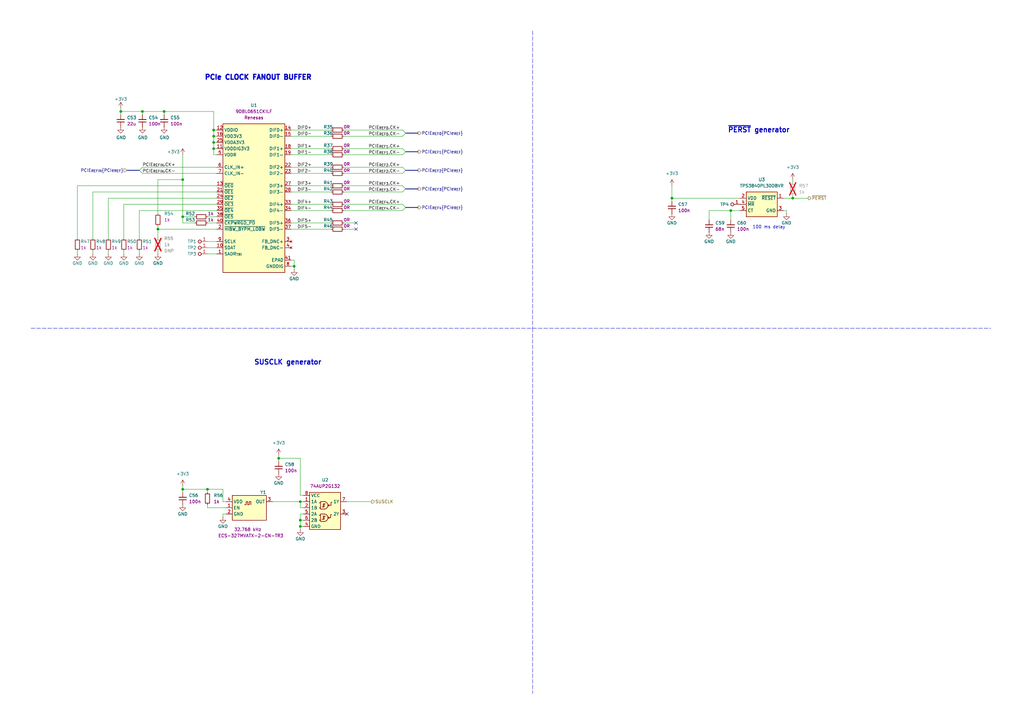
<source format=kicad_sch>
(kicad_sch (version 20230121) (generator eeschema)
  (paper "A3")
  (title_block (title "Com Express 7 baseboard") (date "2024-03-22") (rev "1.0.0") (company "Antmicro Ltd."))
  (lib_symbols
    (symbol "antmicroCapacitors0402:C_100n_0402" (pin_numbers hide) (pin_names hide)
      (property "Reference" "C" (at 20.32 -5.08 0))
      (property "Val" "100n" (at 20.32 -7.62 0))
      (symbol "C_100n_0402_0_1"
        (polyline (pts (xy 2.032 -1.524) (xy 2.032 1.524)) (stroke (width 0.3048)))
        (polyline (pts (xy 3.048 -1.524) (xy 3.048 1.524)) (stroke (width 0.3302)))
      )
      (symbol "C_100n_0402_1_1"
        (pin passive line (at 0 0 0) (length 2.032) (name "~") (number "1"))
        (pin passive line (at 5.08 0 180) (length 2.032) (name "~") (number "2"))
      )
    )
    (symbol "antmicroCapacitors0402:C_68n_0402" (pin_numbers hide) (pin_names hide)
      (property "Reference" "C" (at 20.32 -5.08 0))
      (property "Val" "68n" (at 20.32 -7.62 0))
      (symbol "C_68n_0402_0_1"
        (polyline (pts (xy 2.032 -1.524) (xy 2.032 1.524)) (stroke (width 0.3048)))
        (polyline (pts (xy 3.048 -1.524) (xy 3.048 1.524)) (stroke (width 0.3302)))
      )
      (symbol "C_68n_0402_1_1"
        (pin passive line (at 0 0 0) (length 2.032) (name "~") (number "1"))
        (pin passive line (at 5.08 0 180) (length 2.032) (name "~") (number "2"))
      )
    )
    (symbol "antmicroCapacitors0603:C_22u_0603" (pin_numbers hide) (pin_names hide)
      (property "Reference" "C" (at 20.32 -5.08 0))
      (property "Val" "22u" (at 20.32 -7.62 0))
      (symbol "C_22u_0603_0_1"
        (polyline (pts (xy 2.032 -1.524) (xy 2.032 1.524)) (stroke (width 0.3048)))
        (polyline (pts (xy 3.048 -1.524) (xy 3.048 1.524)) (stroke (width 0.3302)))
      )
      (symbol "C_22u_0603_1_1"
        (pin passive line (at 0 0 0) (length 2.032) (name "~") (number "1"))
        (pin passive line (at 5.08 0 180) (length 2.032) (name "~") (number "2"))
      )
    )
    (symbol "antmicroClockTimingClockGeneratorsPLLsFrequencySynthesizers:9DBL0651CKILF"
      (property "Reference" "U" (at 45.72 -2.54 0))
      (property "MPN" "9DBL0651CKILF" (at 45.72 -5.08 0))
      (property "Manufacturer" "Renesas" (at 45.72 -7.62 0))
      (symbol "9DBL0651CKILF_1_1"
        (rectangle (start 2.54 2.54) (end 27.94 -58.42) (stroke (width 0.254)) (fill (type background)))
        (pin input line (at 0 -50.8 0) (length 2.54) (name "SADR_{TRI}") (number "1"))
        (pin bidirectional line (at 0 -48.26 0) (length 2.54) (name "SDAT") (number "10"))
        (pin power_in line (at 0 -7.62 0) (length 2.54) (name "VDDDIG3V3") (number "11"))
        (pin power_in line (at 0 0 0) (length 2.54) (name "VDDIO") (number "12"))
        (pin input line (at 0 -22.86 0) (length 2.54) (name "~{OE0}") (number "13"))
        (pin output line (at 30.48 0 180) (length 2.54) (name "DIF0+") (number "14"))
        (pin output line (at 30.48 -2.54 180) (length 2.54) (name "DIF0-") (number "15"))
        (pin power_in line (at 0 -2.54 0) (length 2.54) (name "VDD3V3") (number "16"))
        (pin passive line (at 0 0 0) (length 2.54) hide (name "VDDIO") (number "17"))
        (pin output line (at 30.48 -7.62 180) (length 2.54) (name "DIF1+") (number "18"))
        (pin output line (at 30.48 -10.16 180) (length 2.54) (name "DIF1-") (number "19"))
        (pin input line (at 0 -40.64 0) (length 2.54) (name "~{HIBW_BYPM_LOBW}") (number "2"))
        (pin no_connect line (at 2.54 -54.61 0) (length 2.54) hide (name "NC") (number "20"))
        (pin input line (at 0 -25.4 0) (length 2.54) (name "~{OE1}") (number "21"))
        (pin output line (at 30.48 -15.24 180) (length 2.54) (name "DIF2+") (number "22"))
        (pin output line (at 30.48 -17.78 180) (length 2.54) (name "DIF2-") (number "23"))
        (pin input line (at 0 -27.94 0) (length 2.54) (name "~{OE2}") (number "24"))
        (pin power_in line (at 0 -5.08 0) (length 2.54) (name "VDDA3V3") (number "25"))
        (pin passive line (at 0 0 0) (length 2.54) hide (name "VDDIO") (number "26"))
        (pin output line (at 30.48 -22.86 180) (length 2.54) (name "DIF3+") (number "27"))
        (pin output line (at 30.48 -25.4 180) (length 2.54) (name "DIF3-") (number "28"))
        (pin input line (at 0 -30.48 0) (length 2.54) (name "~{OE3}") (number "29"))
        (pin no_connect line (at 30.48 -45.72 180) (length 2.54) (name "FB_DNC+") (number "3"))
        (pin no_connect line (at 2.54 -55.88 0) (length 2.54) hide (name "NC") (number "30"))
        (pin passive line (at 0 -2.54 0) (length 2.54) hide (name "VDD3V3") (number "31"))
        (pin passive line (at 0 0 0) (length 2.54) hide (name "VDDIO") (number "32"))
        (pin output line (at 30.48 -30.48 180) (length 2.54) (name "DIF4+") (number "33"))
        (pin output line (at 30.48 -33.02 180) (length 2.54) (name "DIF4-") (number "34"))
        (pin input line (at 0 -33.02 0) (length 2.54) (name "~{OE4}") (number "35"))
        (pin output line (at 30.48 -38.1 180) (length 2.54) (name "DIF5+") (number "36"))
        (pin output line (at 30.48 -40.64 180) (length 2.54) (name "DIF5-") (number "37"))
        (pin input line (at 0 -35.56 0) (length 2.54) (name "~{OE5}") (number "38"))
        (pin passive line (at 0 0 0) (length 2.54) hide (name "VDDIO") (number "39"))
        (pin no_connect line (at 30.48 -48.26 180) (length 2.54) (name "FB_DNC-") (number "4"))
        (pin input line (at 0 -38.1 0) (length 2.54) (name "~{CKPWRGD_PD}") (number "40"))
        (pin passive line (at 30.48 -53.34 180) (length 2.54) (name "EPAD") (number "41"))
        (pin power_in line (at 0 -10.16 0) (length 2.54) (name "VDDR") (number "5"))
        (pin input line (at 0 -15.24 0) (length 2.54) (name "CLK_IN+") (number "6"))
        (pin input line (at 0 -17.78 0) (length 2.54) (name "CLK_IN-") (number "7"))
        (pin power_in line (at 30.48 -55.88 180) (length 2.54) (name "GNDDIG") (number "8"))
        (pin input line (at 0 -45.72 0) (length 2.54) (name "SCLK") (number "9"))
      )
    )
    (symbol "antmicroLogicGatesandInverters:74AUP2G132"
      (property "Reference" "U" (at 45.72 -5.08 0))
      (property "MPN" "74AUP2G132" (at 45.72 -7.62 0))
      (symbol "74AUP2G132_1_1"
        (polyline (pts (xy 6.985 -10.16) (xy 6.477 -10.16)) (stroke (width 0.254)) (fill (type background)))
        (polyline (pts (xy 6.985 -8.128) (xy 6.477 -8.128)) (stroke (width 0.254)) (fill (type background)))
        (polyline (pts (xy 6.985 -5.08) (xy 6.477 -5.08)) (stroke (width 0.254)) (fill (type background)))
        (polyline (pts (xy 6.985 -3.048) (xy 6.477 -3.048)) (stroke (width 0.254)) (fill (type background)))
        (polyline (pts (xy 8.128 -8.509) (xy 8.128 -9.779)) (stroke (width 0.254)) (fill (type background)))
        (polyline (pts (xy 8.128 -3.429) (xy 8.128 -4.699)) (stroke (width 0.254)) (fill (type background)))
        (polyline (pts (xy 8.509 -9.779) (xy 7.62 -9.779)) (stroke (width 0.254)) (fill (type background)))
        (polyline (pts (xy 8.509 -8.509) (xy 8.509 -9.779)) (stroke (width 0.254)) (fill (type background)))
        (polyline (pts (xy 8.509 -4.699) (xy 7.62 -4.699)) (stroke (width 0.254)) (fill (type background)))
        (polyline (pts (xy 8.509 -3.429) (xy 8.509 -4.699)) (stroke (width 0.254)) (fill (type background)))
        (polyline (pts (xy 9.017 -8.509) (xy 8.128 -8.509)) (stroke (width 0.254)) (fill (type background)))
        (polyline (pts (xy 9.017 -3.429) (xy 8.128 -3.429)) (stroke (width 0.254)) (fill (type background)))
        (polyline (pts (xy 8.509 -7.62) (xy 6.985 -7.62) (xy 6.985 -10.668) (xy 8.509 -10.668)) (stroke (width 0.254)) (fill (type background)))
        (polyline (pts (xy 8.509 -2.54) (xy 6.985 -2.54) (xy 6.985 -5.588) (xy 8.509 -5.588)) (stroke (width 0.254)) (fill (type background)))
        (polyline (pts (xy 10.541 -9.144) (xy 11.176 -9.144) (xy 11.176 -7.874) (xy 11.557 -7.874)) (stroke (width 0.254)) (fill (type background)))
        (polyline (pts (xy 10.668 -4.064) (xy 11.303 -4.064) (xy 11.303 -2.794) (xy 11.684 -2.794)) (stroke (width 0.254)) (fill (type background)))
        (rectangle (start 2.54 1.27) (end 15.24 -13.97) (stroke (width 0.254)) (fill (type background)))
        (arc (start 8.509 -10.668) (mid 9.592 -10.2181) (end 10.0415 -9.1355) (stroke (width 0.254)) (fill (type background)))
        (arc (start 8.509 -5.588) (mid 9.592 -5.1381) (end 10.0415 -4.0555) (stroke (width 0.254)) (fill (type background)))
        (arc (start 10.0415 -9.1355) (mid 9.5863 -8.063) (end 8.509 -7.62) (stroke (width 0.254)) (fill (type background)))
        (arc (start 10.0415 -4.0555) (mid 9.586 -2.9833) (end 8.509 -2.54) (stroke (width 0.254)) (fill (type background)))
        (circle (center 10.287 -9.144) (radius 0.254) (stroke (width 0.254)) (fill (type background)))
        (circle (center 10.287 -4.064) (radius 0.254) (stroke (width 0.254)) (fill (type background)))
        (text "" (at 2.54 -3.048 0) (effects (font (size 1.27 1.27)) (justify left bottom)))
        (pin input line (at 0 -2.54 0) (length 2.54) (name "1A") (number "1"))
        (pin input line (at 0 -5.08 0) (length 2.54) (name "1B") (number "2"))
        (pin output line (at 17.78 -7.62 180) (length 2.54) (name "2Y") (number "3"))
        (pin power_in line (at 0 -12.7 0) (length 2.54) (name "GND") (number "4"))
        (pin input line (at 0 -7.62 0) (length 2.54) (name "2A") (number "5"))
        (pin input line (at 0 -10.16 0) (length 2.54) (name "2B") (number "6"))
        (pin output line (at 17.78 -2.54 180) (length 2.54) (name "1Y") (number "7"))
        (pin power_in line (at 0 0 0) (length 2.54) (name "VCC") (number "8"))
      )
    )
    (symbol "antmicroOscillators:Oscillator_32.768kHz_ECS_2520MV"
      (property "Reference" "Y" (at 26.035 -2.54 0))
      (property "MPN" "ECS-327MVATX-2-CN-TR3" (at 26.035 -5.08 0))
      (property "Val" "32.768 kHz" (at 26.035 -10.16 0))
      (symbol "Oscillator_32.768kHz_ECS_2520MV_1_1"
        (polyline (pts (xy 7.62 -1.27) (xy 8.255 -1.27) (xy 8.255 0) (xy 8.89 0) (xy 8.89 -1.27) (xy 9.525 -1.27) (xy 9.525 0) (xy 10.16 0) (xy 10.16 -1.27)) (stroke (width 0.254)) (fill (type background)))
        (rectangle (start 2.54 2.54) (end 16.51 -7.62) (stroke (width 0.254)) (fill (type background)))
        (pin input line (at 0 -2.54 0) (length 2.54) (name "EN") (number "1"))
        (pin power_in line (at 0 -5.08 0) (length 2.54) (name "GND") (number "2"))
        (pin output line (at 19.05 0 180) (length 2.54) (name "OUT") (number "3"))
        (pin power_in line (at 0 0 0) (length 2.54) (name "VDD") (number "4"))
      )
    )
    (symbol "antmicroPMICPowerSequencers:TPS3840PL30DBVR"
      (property "Reference" "U" (at 38.1 -1.27 0))
      (property "Value" "TPS3840PL30DBVR" (at 38.1 -3.81 0))
      (symbol "TPS3840PL30DBVR_1_1"
        (rectangle (start 2.54 2.54) (end 15.24 -7.62) (stroke (width 0.254)) (fill (type background)))
        (pin output line (at 17.78 0 180) (length 2.54) (name "~{RESET}") (number "1"))
        (pin power_in line (at 0 0 0) (length 2.54) (name "VDD") (number "2"))
        (pin power_in line (at 17.78 -5.08 180) (length 2.54) (name "GND") (number "3"))
        (pin input line (at 0 -2.54 0) (length 2.54) (name "~{MR}") (number "4"))
        (pin passive line (at 0 -5.08 0) (length 2.54) (name "CT") (number "5"))
      )
    )
    (symbol "antmicroResistors0402:R_0R_0402" (pin_numbers hide) (pin_names hide)
      (property "Reference" "R" (at 20.32 -5.08 0))
      (property "Val" "0R" (at 20.32 -7.62 0))
      (symbol "R_0R_0402_0_1"
        (rectangle (start 0.635 0.889) (end 4.445 -0.889) (stroke (width 0.254)))
      )
      (symbol "R_0R_0402_1_1"
        (pin passive line (at 0 0 0) (length 0.635) (name "~") (number "1"))
        (pin passive line (at 5.08 0 180) (length 0.635) (name "~") (number "2"))
      )
    )
    (symbol "antmicroResistors0402:R_1k_0402" (pin_numbers hide) (pin_names hide)
      (property "Reference" "R" (at 20.32 -5.08 0))
      (property "Val" "1k" (at 20.32 -7.62 0))
      (symbol "R_1k_0402_0_1"
        (rectangle (start 0.635 0.889) (end 4.445 -0.889) (stroke (width 0.254)))
      )
      (symbol "R_1k_0402_1_1"
        (pin passive line (at 0 0 0) (length 0.635) (name "~") (number "1"))
        (pin passive line (at 5.08 0 180) (length 0.635) (name "~") (number "2"))
      )
    )
    (symbol "antmicroTestPoints:TP_0.75mm_SMD" (pin_names hide) (in_bom no)
      (property "Reference" "TP" (at 10.795 -1.27 0))
      (symbol "TP_0.75mm_SMD_1_1"
        (circle (center 3.175 0) (radius 0.635) (stroke (width 0.254)))
        (pin passive line (at 0 0 0) (length 2.54) (name "1") (number "1"))
      )
    )
    (symbol "antmicropower:+3V3" (power) (pin_numbers hide) (pin_names hide)
      (property "Value" "+3V3" (at -3.175 2.54 0))
      (symbol "+3V3_0_1"
        (polyline (pts (xy 0 0) (xy 0 2.54)))
        (polyline (pts (xy 0 2.54) (xy -0.762 1.27)))
        (polyline (pts (xy 0 2.54) (xy 0.762 1.27)))
      )
      (symbol "+3V3_1_1"
        (pin power_in line (at 0 0 90) (length 0) hide (name "+3V3") (number "1"))
      )
    )
    (symbol "antmicropower:GND" (power) (pin_numbers hide) (pin_names hide)
      (property "Value" "GND" (at 8.89 -5.08 0))
      (symbol "GND_1_1"
        (polyline (pts (xy 0 0) (xy 0 -1.27) (xy 1.27 -1.27) (xy 0 -2.54) (xy -1.27 -1.27) (xy 0 -1.27)))
        (pin power_in line (at 0 0 270) (length 0) (name "GND") (number "1"))
      )
    )
  )
  (junction (at 64.77 93.98))
  (junction (at 87.63 53.34))
  (junction (at 87.63 58.42))
  (junction (at 275.59 81.28))
  (junction (at 325.12 81.28))
  (junction (at 74.93 88.9))
  (junction (at 114.3 187.96))
  (junction (at 87.63 60.96))
  (junction (at 85.09 200.66))
  (junction (at 123.19 213.36))
  (junction (at 74.93 200.66))
  (junction (at 49.53 45.72))
  (junction (at 74.93 73.66))
  (junction (at 58.42 45.72))
  (junction (at 67.31 45.72))
  (junction (at 123.19 215.9))
  (junction (at 299.72 86.36))
  (junction (at 120.65 109.22))
  (junction (at 123.19 205.74))
  (junction (at 87.63 55.88))
  (no_connect (at 146.05 93.98))
  (no_connect (at 146.05 91.44))
  (no_connect (at 142.24 210.82))
  (bus_entry (at 165.1 68.58) (size 1.27 1.27))
  (bus_entry (at 58.42 71.12) (size -1.27 -1.27))
  (bus_entry (at 165.1 71.12) (size 1.27 -1.27))
  (bus_entry (at 165.1 86.36) (size 1.27 -1.27))
  (bus_entry (at 165.1 78.74) (size 1.27 -1.27))
  (bus_entry (at 165.1 60.96) (size 1.27 1.27))
  (bus_entry (at 58.42 68.58) (size -1.27 1.27))
  (bus_entry (at 165.1 55.88) (size 1.27 -1.27))
  (bus_entry (at 165.1 63.5) (size 1.27 -1.27))
  (bus_entry (at 165.1 53.34) (size 1.27 1.27))
  (bus_entry (at 165.1 83.82) (size 1.27 1.27))
  (bus_entry (at 165.1 76.2) (size 1.27 1.27))
  (wire (pts (xy 31.75 76.2) (xy 88.9 76.2)))
  (wire (pts (xy 87.63 53.34) (xy 87.63 55.88)))
  (wire (pts (xy 140.97 53.34) (xy 165.1 53.34)))
  (wire (pts (xy 58.42 45.72) (xy 67.31 45.72)))
  (wire (pts (xy 119.38 78.74) (xy 135.89 78.74)))
  (wire (pts (xy 58.42 45.72) (xy 58.42 46.99)))
  (wire (pts (xy 85.09 99.06) (xy 88.9 99.06)))
  (wire (pts (xy 49.53 45.72) (xy 58.42 45.72)))
  (wire (pts (xy 74.93 200.66) (xy 74.93 201.93)))
  (wire (pts (xy 331.47 81.28) (xy 325.12 81.28)))
  (wire (pts (xy 140.97 71.12) (xy 165.1 71.12)))
  (wire (pts (xy 74.93 63.5) (xy 74.93 73.66)))
  (wire (pts (xy 119.38 53.34) (xy 135.89 53.34)))
  (wire (pts (xy 88.9 55.88) (xy 87.63 55.88)))
  (wire (pts (xy 87.63 60.96) (xy 87.63 63.5)))
  (polyline (pts (xy 218.44 134.62) (xy 218.44 284.48)) (stroke (width 0) (type dash)))
  (bus (pts (xy 166.37 54.61) (xy 171.45 54.61)))
  (wire (pts (xy 275.59 76.2) (xy 275.59 81.28)))
  (wire (pts (xy 74.93 73.66) (xy 74.93 88.9)))
  (wire (pts (xy 119.38 83.82) (xy 135.89 83.82)))
  (wire (pts (xy 38.1 78.74) (xy 38.1 97.79)))
  (bus (pts (xy 166.37 85.09) (xy 171.45 85.09)))
  (wire (pts (xy 119.38 76.2) (xy 135.89 76.2)))
  (wire (pts (xy 50.8 83.82) (xy 88.9 83.82)))
  (wire (pts (xy 146.05 91.44) (xy 140.97 91.44)))
  (wire (pts (xy 64.77 92.71) (xy 64.77 93.98)))
  (wire (pts (xy 91.44 210.82) (xy 91.44 212.09)))
  (bus (pts (xy 166.37 77.47) (xy 171.45 77.47)))
  (bus (pts (xy 166.37 69.85) (xy 171.45 69.85)))
  (wire (pts (xy 140.97 55.88) (xy 165.1 55.88)))
  (wire (pts (xy 58.42 68.58) (xy 88.9 68.58)))
  (wire (pts (xy 64.77 93.98) (xy 64.77 97.79)))
  (wire (pts (xy 119.38 109.22) (xy 120.65 109.22)))
  (wire (pts (xy 92.71 210.82) (xy 91.44 210.82)))
  (wire (pts (xy 114.3 187.96) (xy 123.19 187.96)))
  (wire (pts (xy 299.72 86.36) (xy 303.53 86.36)))
  (wire (pts (xy 31.75 97.79) (xy 31.75 76.2)))
  (wire (pts (xy 124.46 208.28) (xy 123.19 208.28)))
  (wire (pts (xy 119.38 93.98) (xy 135.89 93.98)))
  (wire (pts (xy 31.75 104.14) (xy 31.75 102.87)))
  (wire (pts (xy 140.97 60.96) (xy 165.1 60.96)))
  (wire (pts (xy 114.3 187.96) (xy 114.3 189.23)))
  (wire (pts (xy 58.42 71.12) (xy 88.9 71.12)))
  (wire (pts (xy 57.15 104.14) (xy 57.15 102.87)))
  (wire (pts (xy 124.46 210.82) (xy 123.19 210.82)))
  (wire (pts (xy 123.19 210.82) (xy 123.19 213.36)))
  (wire (pts (xy 123.19 205.74) (xy 124.46 205.74)))
  (wire (pts (xy 140.97 76.2) (xy 165.1 76.2)))
  (wire (pts (xy 114.3 186.69) (xy 114.3 187.96)))
  (wire (pts (xy 87.63 55.88) (xy 87.63 58.42)))
  (wire (pts (xy 119.38 86.36) (xy 135.89 86.36)))
  (wire (pts (xy 325.12 81.28) (xy 321.31 81.28)))
  (wire (pts (xy 64.77 104.14) (xy 64.77 102.87)))
  (wire (pts (xy 325.12 73.66) (xy 325.12 74.93)))
  (wire (pts (xy 50.8 97.79) (xy 50.8 83.82)))
  (wire (pts (xy 142.24 205.74) (xy 152.4 205.74)))
  (wire (pts (xy 299.72 86.36) (xy 290.83 86.36)))
  (wire (pts (xy 57.15 86.36) (xy 88.9 86.36)))
  (wire (pts (xy 124.46 215.9) (xy 123.19 215.9)))
  (wire (pts (xy 146.05 93.98) (xy 140.97 93.98)))
  (wire (pts (xy 322.58 86.36) (xy 322.58 87.63)))
  (wire (pts (xy 67.31 45.72) (xy 87.63 45.72)))
  (polyline (pts (xy 12.7 134.62) (xy 218.44 134.62)) (stroke (width 0) (type dash)))
  (wire (pts (xy 119.38 71.12) (xy 135.89 71.12)))
  (wire (pts (xy 119.38 106.68) (xy 120.65 106.68)))
  (wire (pts (xy 119.38 68.58) (xy 135.89 68.58)))
  (wire (pts (xy 123.19 213.36) (xy 123.19 215.9)))
  (wire (pts (xy 290.83 86.36) (xy 290.83 90.17)))
  (wire (pts (xy 140.97 78.74) (xy 165.1 78.74)))
  (bus (pts (xy 57.15 69.85) (xy 52.07 69.85)))
  (wire (pts (xy 50.8 104.14) (xy 50.8 102.87)))
  (wire (pts (xy 88.9 60.96) (xy 87.63 60.96)))
  (wire (pts (xy 325.12 80.01) (xy 325.12 81.28)))
  (wire (pts (xy 87.63 63.5) (xy 88.9 63.5)))
  (wire (pts (xy 321.31 86.36) (xy 322.58 86.36)))
  (wire (pts (xy 74.93 91.44) (xy 74.93 88.9)))
  (wire (pts (xy 85.09 207.01) (xy 85.09 208.28)))
  (wire (pts (xy 85.09 91.44) (xy 88.9 91.44)))
  (wire (pts (xy 123.19 187.96) (xy 123.19 203.2)))
  (wire (pts (xy 91.44 200.66) (xy 91.44 205.74)))
  (wire (pts (xy 119.38 55.88) (xy 135.89 55.88)))
  (wire (pts (xy 123.19 215.9) (xy 123.19 217.17)))
  (wire (pts (xy 44.45 97.79) (xy 44.45 81.28)))
  (wire (pts (xy 87.63 45.72) (xy 87.63 53.34)))
  (wire (pts (xy 87.63 58.42) (xy 88.9 58.42)))
  (wire (pts (xy 299.72 90.17) (xy 299.72 86.36)))
  (wire (pts (xy 74.93 199.39) (xy 74.93 200.66)))
  (wire (pts (xy 85.09 104.14) (xy 88.9 104.14)))
  (wire (pts (xy 140.97 83.82) (xy 165.1 83.82)))
  (wire (pts (xy 49.53 44.45) (xy 49.53 45.72)))
  (wire (pts (xy 80.01 91.44) (xy 74.93 91.44)))
  (wire (pts (xy 119.38 63.5) (xy 135.89 63.5)))
  (wire (pts (xy 88.9 53.34) (xy 87.63 53.34)))
  (wire (pts (xy 119.38 60.96) (xy 135.89 60.96)))
  (bus (pts (xy 166.37 62.23) (xy 171.45 62.23)))
  (wire (pts (xy 44.45 81.28) (xy 88.9 81.28)))
  (wire (pts (xy 120.65 109.22) (xy 120.65 110.49)))
  (polyline (pts (xy 218.44 12.7) (xy 218.44 134.62)) (stroke (width 0) (type dash)))
  (wire (pts (xy 85.09 200.66) (xy 91.44 200.66)))
  (wire (pts (xy 111.76 205.74) (xy 123.19 205.74)))
  (wire (pts (xy 140.97 63.5) (xy 165.1 63.5)))
  (wire (pts (xy 64.77 87.63) (xy 64.77 73.66)))
  (wire (pts (xy 123.19 208.28) (xy 123.19 205.74)))
  (wire (pts (xy 74.93 88.9) (xy 80.01 88.9)))
  (wire (pts (xy 64.77 73.66) (xy 74.93 73.66)))
  (wire (pts (xy 140.97 86.36) (xy 165.1 86.36)))
  (wire (pts (xy 85.09 88.9) (xy 88.9 88.9)))
  (wire (pts (xy 74.93 200.66) (xy 85.09 200.66)))
  (wire (pts (xy 44.45 104.14) (xy 44.45 102.87)))
  (wire (pts (xy 38.1 104.14) (xy 38.1 102.87)))
  (wire (pts (xy 275.59 81.28) (xy 275.59 82.55)))
  (wire (pts (xy 140.97 68.58) (xy 165.1 68.58)))
  (wire (pts (xy 124.46 213.36) (xy 123.19 213.36)))
  (polyline (pts (xy 218.44 134.62) (xy 406.4 134.62)) (stroke (width 0) (type dash)))
  (wire (pts (xy 88.9 78.74) (xy 38.1 78.74)))
  (wire (pts (xy 57.15 97.79) (xy 57.15 86.36)))
  (wire (pts (xy 91.44 205.74) (xy 92.71 205.74)))
  (wire (pts (xy 123.19 203.2) (xy 124.46 203.2)))
  (wire (pts (xy 120.65 106.68) (xy 120.65 109.22)))
  (wire (pts (xy 87.63 60.96) (xy 87.63 58.42)))
  (wire (pts (xy 275.59 81.28) (xy 303.53 81.28)))
  (wire (pts (xy 49.53 45.72) (xy 49.53 46.99)))
  (wire (pts (xy 85.09 200.66) (xy 85.09 201.93)))
  (wire (pts (xy 85.09 208.28) (xy 92.71 208.28)))
  (wire (pts (xy 67.31 45.72) (xy 67.31 46.99)))
  (wire (pts (xy 119.38 91.44) (xy 135.89 91.44)))
  (wire (pts (xy 85.09 101.6) (xy 88.9 101.6)))
  (wire (pts (xy 64.77 93.98) (xy 88.9 93.98)))
  (text "PCIe CLOCK FANOUT BUFFER" (at 83.82 33.02 0) (effects (font (size 2 2) (thickness 0.8) bold) (justify left bottom)))
  (text "~{PERST} generator" (at 298.45 54.61 0) (effects (font (size 2 2) (thickness 0.4) bold) (justify left bottom)))
  (text "SUSCLK generator" (at 104.14 149.86 0) (effects (font (size 2 2) (thickness 0.4) bold) (justify left bottom)))
  (text "100 ms delay" (at 308.61 93.98 0) (effects (font (size 1.27 1.27)) (justify left bottom)))
  (label "DIF2+" (at 121.92 68.58 0))
  (label "PCIE_{REFIN}.CK+" (at 58.42 68.58 0))
  (label "PCIE_{REF3}.CK+" (at 151.13 76.2 0))
  (label "PCIE_{REF0}.CK-" (at 151.13 55.88 0))
  (label "DIF3+" (at 121.92 76.2 0))
  (label "PCIE_{REF2}.CK+" (at 151.13 68.58 0))
  (label "DIF0+" (at 121.92 53.34 0))
  (label "DIF2-" (at 121.92 71.12 0))
  (label "PCIE_{REF1}.CK-" (at 151.13 63.5 0))
  (label "DIF4-" (at 121.92 86.36 0))
  (label "DIF3-" (at 121.92 78.74 0))
  (label "PCIE_{REF1}.CK+" (at 151.13 60.96 0))
  (label "DIF0-" (at 121.92 55.88 0))
  (label "PCIE_{REF3}.CK-" (at 151.13 78.74 0))
  (label "PCIE_{REF2}.CK-" (at 151.13 71.12 0))
  (label "PCIE_{REF0}.CK+" (at 151.13 53.34 0))
  (label "DIF5+" (at 121.92 91.44 0))
  (label "DIF4+" (at 121.92 83.82 0))
  (label "DIF5-" (at 121.92 93.98 0))
  (label "PCIE_{REF4}.CK-" (at 151.13 86.36 0))
  (label "PCIE_{REF4}.CK+" (at 151.13 83.82 0))
  (label "DIF1+" (at 121.92 60.96 0))
  (label "DIF1-" (at 121.92 63.5 0))
  (label "PCIE_{REFIN}.CK-" (at 58.42 71.12 0))
  (hierarchical_label "PCIE_{REF2}{PCIe_{REF}}" (shape output) (at 171.45 69.85 0))
  (hierarchical_label "SUSCLK" (shape output) (at 152.4 205.74 0))
  (hierarchical_label "~{PERST}" (shape output) (at 331.47 81.28 0))
  (hierarchical_label "PCIE_{REF4}{PCIe_{REF}}" (shape output) (at 171.45 85.09 0))
  (hierarchical_label "PCIE_{REF1}{PCIe_{REF}}" (shape output) (at 171.45 62.23 0))
  (hierarchical_label "PCIE_{REF3}{PCIe_{REF}}" (shape output) (at 171.45 77.47 0))
  (hierarchical_label "PCIE_{REF0}{PCIe_{REF}}" (shape output) (at 171.45 54.61 0))
  (hierarchical_label "PCIE_{REFIN}{PCIe_{REF}}" (shape input) (at 52.07 69.85 180))
  (symbol (lib_id "antmicroCapacitors0402:C_68n_0402") (at 290.83 95.25 90) (unit 1)
    (property "Reference" "C59" (at 293.37 91.4336 90) (effects (justify right)))
    (property "Value" "C_68n_0402" (effects hide))
    (property "Footprint" "antmicro-footprints:C_0402_1005Metric" (effects hide))
    (property "Datasheet" "https://www.yageo.com/en/Chart/Download/pdf/CC402KRX7R7BB683" (effects hide))
    (property "MPN" "CC402KRX7R7BB683" (effects hide))
    (property "Manufacturer" "YAGEO" (effects hide))
    (property "License" "Apache-2.0" (effects hide))
    (property "Author" "Antmicro" (effects hide))
    (property "Val" "68n" (at 293.37 93.9736 90) (effects (justify right)))
  )
  (symbol (lib_id "antmicroCapacitors0603:C_22u_0603") (at 49.53 52.07 90) (unit 1)
    (property "Reference" "C53" (at 52.07 48.2536 90) (effects (justify right)))
    (property "Value" "C_22u_0603" (effects hide))
    (property "Footprint" "antmicro-footprints:C_0603_1608Metric" (effects hide))
    (property "Datasheet" "https://www.murata.com/products/productdetail?partno=GRM188R60J226MEA0%23" (effects hide))
    (property "MPN" "GRM188R60J226MEA0D" (effects hide))
    (property "Manufacturer" "Murata" (effects hide))
    (property "License" "Apache-2.0" (effects hide))
    (property "Author" "Antmicro" (effects hide))
    (property "Val" "22u" (at 52.07 50.7936 90) (effects (justify right)))
  )
  (symbol (lib_id "antmicroResistors0402:R_0R_0402") (at 135.89 68.58 0) (unit 1)
    (property "Reference" "R39" (at 134.62 67.31 0))
    (property "Value" "R_0R_0402" (effects hide))
    (property "Footprint" "antmicro-footprints:R_0402_1005Metric" (effects hide))
    (property "Datasheet" "https://industrial.panasonic.com/cdbs/www-data/pdf/RDA0000/AOA0000C301.pdf" (effects hide))
    (property "MPN" "ERJ2GE0R00X" (effects hide))
    (property "Manufacturer" "Panasonic" (effects hide))
    (property "License" "Apache-2.0" (effects hide))
    (property "Author" "Antmicro" (effects hide))
    (property "Val" "0R" (at 142.24 67.31 0))
    (property "Current" "1A" (effects hide))
  )
  (symbol (lib_id "antmicroResistors0402:R_1k_0402") (at 85.09 88.9 180) (unit 1)
    (property "Reference" "R52" (at 80.01 87.63 0) (effects (justify left)))
    (property "Value" "R_1k_0402" (effects hide))
    (property "Footprint" "antmicro-footprints:R_0402_1005Metric" (effects hide))
    (property "Datasheet" "https://www.bourns.com/docs/product-datasheets/cr.pdf" (effects hide))
    (property "MPN" "CR0402-FX-1001GLF" (effects hide))
    (property "Manufacturer" "Bourns" (effects hide))
    (property "License" "Apache-2.0" (effects hide))
    (property "Author" "Antmicro" (effects hide))
    (property "Val" "1k" (at 87.63 87.63 0) (effects (justify left)))
    (property "Tolerance" "1%" (effects hide))
  )
  (symbol (lib_id "antmicropower:+3V3") (at 74.93 63.5 0) (unit 1)
    (property "Reference" "#PWR046" (effects hide))
    (property "Value" "+3V3" (at 71.12 62.23 0))
    (property "Author" "Antmicro" (effects hide))
    (property "License" "Apache-2.0" (effects hide))
  )
  (symbol (lib_id "antmicropower:GND") (at 38.1 104.14 0) (unit 1)
    (property "Reference" "#PWR048" (effects hide))
    (property "Value" "GND" (at 38.1 107.95 0))
    (property "Author" "Antmicro" (effects hide))
    (property "License" "Apache-2.0" (effects hide))
  )
  (symbol (lib_id "antmicropower:GND") (at 50.8 104.14 0) (unit 1)
    (property "Reference" "#PWR050" (effects hide))
    (property "Value" "GND" (at 50.8 107.95 0))
    (property "Author" "Antmicro" (effects hide))
    (property "License" "Apache-2.0" (effects hide))
  )
  (symbol (lib_id "antmicropower:GND") (at 67.31 52.07 0) (unit 1)
    (property "Reference" "#PWR044" (effects hide))
    (property "Value" "GND" (at 65.405 57.15 0) (effects (justify left bottom)))
    (property "Author" "Antmicro" (effects hide))
    (property "License" "Apache-2.0" (effects hide))
  )
  (symbol (lib_id "antmicroResistors0402:R_1k_0402") (at 85.09 207.01 90) (unit 1)
    (property "Reference" "R56" (at 87.63 203.2 90) (effects (justify right)))
    (property "Value" "R_1k_0402" (effects hide))
    (property "Footprint" "antmicro-footprints:R_0402_1005Metric" (effects hide))
    (property "Datasheet" "https://www.bourns.com/docs/product-datasheets/cr.pdf" (effects hide))
    (property "MPN" "CR0402-FX-1001GLF" (effects hide))
    (property "Manufacturer" "Bourns" (effects hide))
    (property "License" "Apache-2.0" (effects hide))
    (property "Author" "Antmicro" (effects hide))
    (property "Val" "1k" (at 87.63 205.74 90) (effects (justify right)))
    (property "Tolerance" "1%" (effects hide))
  )
  (symbol (lib_id "antmicroResistors0402:R_1k_0402") (at 64.77 87.63 90) (mirror x) (unit 1)
    (property "Reference" "R54" (at 67.31 87.63 90) (effects (justify right)))
    (property "Value" "R_1k_0402" (effects hide))
    (property "Footprint" "antmicro-footprints:R_0402_1005Metric" (effects hide))
    (property "Datasheet" "https://www.bourns.com/docs/product-datasheets/cr.pdf" (effects hide))
    (property "MPN" "CR0402-FX-1001GLF" (effects hide))
    (property "Manufacturer" "Bourns" (effects hide))
    (property "License" "Apache-2.0" (effects hide))
    (property "Author" "Antmicro" (effects hide))
    (property "Val" "1k" (at 67.31 90.17 90) (effects (justify right)))
    (property "Tolerance" "1%" (effects hide))
  )
  (symbol (lib_id "antmicropower:+3V3") (at 49.53 44.45 0) (unit 1)
    (property "Reference" "#PWR045" (effects hide))
    (property "Value" "+3V3" (at 49.53 40.64 0))
    (property "Author" "Antmicro" (effects hide))
    (property "License" "Apache-2.0" (effects hide))
  )
  (symbol (lib_id "antmicropower:GND") (at 58.42 52.07 0) (unit 1)
    (property "Reference" "#PWR043" (effects hide))
    (property "Value" "GND" (at 56.515 57.15 0) (effects (justify left bottom)))
    (property "Author" "Antmicro" (effects hide))
    (property "License" "Apache-2.0" (effects hide))
  )
  (symbol (lib_id "antmicroResistors0402:R_0R_0402") (at 135.89 63.5 0) (unit 1)
    (property "Reference" "R38" (at 134.62 62.23 0))
    (property "Value" "R_0R_0402" (effects hide))
    (property "Footprint" "antmicro-footprints:R_0402_1005Metric" (effects hide))
    (property "Datasheet" "https://industrial.panasonic.com/cdbs/www-data/pdf/RDA0000/AOA0000C301.pdf" (effects hide))
    (property "MPN" "ERJ2GE0R00X" (effects hide))
    (property "Manufacturer" "Panasonic" (effects hide))
    (property "License" "Apache-2.0" (effects hide))
    (property "Author" "Antmicro" (effects hide))
    (property "Val" "0R" (at 142.24 62.23 0))
    (property "Current" "1A" (effects hide))
  )
  (symbol (lib_id "antmicropower:GND") (at 322.58 87.63 0) (mirror y) (unit 1)
    (property "Reference" "#PWR058" (effects hide))
    (property "Value" "GND" (at 322.58 91.44 0))
    (property "Author" "Antmicro" (effects hide))
    (property "License" "Apache-2.0" (effects hide))
  )
  (symbol (lib_id "antmicroResistors0402:R_0R_0402") (at 135.89 93.98 0) (unit 1)
    (property "Reference" "R46" (at 134.62 92.71 0))
    (property "Value" "R_0R_0402" (effects hide))
    (property "Footprint" "antmicro-footprints:R_0402_1005Metric" (effects hide))
    (property "Datasheet" "https://industrial.panasonic.com/cdbs/www-data/pdf/RDA0000/AOA0000C301.pdf" (effects hide))
    (property "MPN" "ERJ2GE0R00X" (effects hide))
    (property "Manufacturer" "Panasonic" (effects hide))
    (property "License" "Apache-2.0" (effects hide))
    (property "Author" "Antmicro" (effects hide))
    (property "Val" "0R" (at 142.24 92.71 0))
    (property "Current" "1A" (effects hide))
  )
  (symbol (lib_id "antmicroResistors0402:R_1k_0402") (at 31.75 97.79 270) (unit 1)
    (property "Reference" "R47" (at 33.02 99.06 90) (effects (justify left)))
    (property "Value" "R_1k_0402" (effects hide))
    (property "Footprint" "antmicro-footprints:R_0402_1005Metric" (effects hide))
    (property "Datasheet" "https://www.bourns.com/docs/product-datasheets/cr.pdf" (effects hide))
    (property "MPN" "CR0402-FX-1001GLF" (effects hide))
    (property "Manufacturer" "Bourns" (effects hide))
    (property "License" "Apache-2.0" (effects hide))
    (property "Author" "Antmicro" (effects hide))
    (property "Val" "1k" (at 33.02 101.6 90) (effects (justify left)))
    (property "Tolerance" "1%" (effects hide))
  )
  (symbol (lib_id "antmicropower:GND") (at 114.3 194.31 0) (unit 1)
    (property "Reference" "#PWR061" (effects hide))
    (property "Value" "GND" (at 114.3 198.12 0))
    (property "Author" "Antmicro" (effects hide))
    (property "License" "Apache-2.0" (effects hide))
  )
  (symbol (lib_id "antmicropower:GND") (at 275.59 87.63 0) (unit 1)
    (property "Reference" "#PWR057" (effects hide))
    (property "Value" "GND" (at 275.59 91.44 0))
    (property "Author" "Antmicro" (effects hide))
    (property "License" "Apache-2.0" (effects hide))
  )
  (symbol (lib_id "antmicroPMICPowerSequencers:TPS3840PL30DBVR") (at 303.53 81.28 0) (unit 1)
    (property "Reference" "U3" (at 312.42 73.66 0))
    (property "Value" "TPS3840PL30DBVR" (at 312.42 76.2 0))
    (property "Footprint" "antmicro-footprints:SOT-23-5" (effects hide))
    (property "Datasheet" "https://www.ti.com/lit/ds/symlink/tps3840.pdf?HQS=dis-mous-null-mousermode-dsf-pf-null-wwe&DCM=yes&ref_url=https%3A%2F%2Fwww.mouser.com%2F&distId=26" (effects hide))
    (property "Manufacturer" "Texas Instruments" (effects hide))
    (property "MPN" "TPS3840PL30DBVR" (effects hide))
    (property "Author" "Antmicro" (effects hide))
    (property "License" "Apache-2.0" (effects hide))
  )
  (symbol (lib_id "antmicropower:GND") (at 74.93 207.01 0) (unit 1)
    (property "Reference" "#PWR054" (effects hide))
    (property "Value" "GND" (at 74.93 210.82 0))
    (property "Author" "Antmicro" (effects hide))
    (property "License" "Apache-2.0" (effects hide))
  )
  (symbol (lib_id "antmicroResistors0402:R_0R_0402") (at 135.89 83.82 0) (unit 1)
    (property "Reference" "R43" (at 134.62 82.55 0))
    (property "Value" "R_0R_0402" (effects hide))
    (property "Footprint" "antmicro-footprints:R_0402_1005Metric" (effects hide))
    (property "Datasheet" "https://industrial.panasonic.com/cdbs/www-data/pdf/RDA0000/AOA0000C301.pdf" (effects hide))
    (property "MPN" "ERJ2GE0R00X" (effects hide))
    (property "Manufacturer" "Panasonic" (effects hide))
    (property "License" "Apache-2.0" (effects hide))
    (property "Author" "Antmicro" (effects hide))
    (property "Val" "0R" (at 142.24 82.55 0))
    (property "Current" "1A" (effects hide))
  )
  (symbol (lib_id "antmicroResistors0402:R_0R_0402") (at 135.89 78.74 0) (unit 1)
    (property "Reference" "R42" (at 134.62 77.47 0))
    (property "Value" "R_0R_0402" (effects hide))
    (property "Footprint" "antmicro-footprints:R_0402_1005Metric" (effects hide))
    (property "Datasheet" "https://industrial.panasonic.com/cdbs/www-data/pdf/RDA0000/AOA0000C301.pdf" (effects hide))
    (property "MPN" "ERJ2GE0R00X" (effects hide))
    (property "Manufacturer" "Panasonic" (effects hide))
    (property "License" "Apache-2.0" (effects hide))
    (property "Author" "Antmicro" (effects hide))
    (property "Val" "0R" (at 142.24 77.47 0))
    (property "Current" "1A" (effects hide))
  )
  (symbol (lib_id "antmicropower:+3V3") (at 114.3 186.69 0) (unit 1)
    (property "Reference" "#PWR060" (effects hide))
    (property "Value" "+3V3" (at 114.3 181.61 0))
    (property "Author" "Antmicro" (effects hide))
    (property "License" "Apache-2.0" (effects hide))
  )
  (symbol (lib_id "antmicroTestPoints:TP_0.75mm_SMD") (at 303.53 83.82 180) (unit 1) (in_bom no)
    (property "Reference" "TP4" (at 297.18 83.82 0))
    (property "Value" "TP_0.75mm_SMD" (effects hide))
    (property "Footprint" "antmicro-footprints:TP_SMD_0.75mm" (effects hide))
    (property "Author" "Antmicro" (effects hide))
    (property "License" "Apache-2.0" (effects hide))
  )
  (symbol (lib_id "antmicropower:GND") (at 91.44 212.09 0) (unit 1)
    (property "Reference" "#PWR055" (effects hide))
    (property "Value" "GND" (at 91.44 215.9 0))
    (property "Author" "Antmicro" (effects hide))
    (property "License" "Apache-2.0" (effects hide))
  )
  (symbol (lib_id "antmicroResistors0402:R_1k_0402") (at 50.8 97.79 270) (unit 1)
    (property "Reference" "R50" (at 52.07 99.06 90) (effects (justify left)))
    (property "Value" "R_1k_0402" (effects hide))
    (property "Footprint" "antmicro-footprints:R_0402_1005Metric" (effects hide))
    (property "Datasheet" "https://www.bourns.com/docs/product-datasheets/cr.pdf" (effects hide))
    (property "MPN" "CR0402-FX-1001GLF" (effects hide))
    (property "Manufacturer" "Bourns" (effects hide))
    (property "License" "Apache-2.0" (effects hide))
    (property "Author" "Antmicro" (effects hide))
    (property "Val" "1k" (at 52.07 101.6 90) (effects (justify left)))
    (property "Tolerance" "1%" (effects hide))
  )
  (symbol (lib_id "antmicroResistors0402:R_1k_0402") (at 38.1 97.79 270) (unit 1)
    (property "Reference" "R48" (at 39.37 99.06 90) (effects (justify left)))
    (property "Value" "R_1k_0402" (effects hide))
    (property "Footprint" "antmicro-footprints:R_0402_1005Metric" (effects hide))
    (property "Datasheet" "https://www.bourns.com/docs/product-datasheets/cr.pdf" (effects hide))
    (property "MPN" "CR0402-FX-1001GLF" (effects hide))
    (property "Manufacturer" "Bourns" (effects hide))
    (property "License" "Apache-2.0" (effects hide))
    (property "Author" "Antmicro" (effects hide))
    (property "Val" "1k" (at 39.37 101.6 90) (effects (justify left)))
    (property "Tolerance" "1%" (effects hide))
  )
  (symbol (lib_id "antmicroCapacitors0402:C_100n_0402") (at 114.3 194.31 90) (unit 1)
    (property "Reference" "C58" (at 116.84 190.4936 90) (effects (justify right)))
    (property "Value" "C_100n_0402" (effects hide))
    (property "Footprint" "antmicro-footprints:C_0402_1005Metric" (effects hide))
    (property "Datasheet" "https://www.murata.com/products/productdetail?partno=GRM155R61H104KE14%23" (effects hide))
    (property "MPN" "GRM155R61H104KE14D" (effects hide))
    (property "Manufacturer" "Murata" (effects hide))
    (property "License" "Apache-2.0" (effects hide))
    (property "Author" "Antmicro" (effects hide))
    (property "Val" "100n" (at 116.84 193.0336 90) (effects (justify right)))
    (property "Voltage" "50V" (effects hide))
    (property "Dielectric" "X5R" (effects hide))
  )
  (symbol (lib_id "antmicroClockTimingClockGeneratorsPLLsFrequencySynthesizers:9DBL0651CKILF") (at 88.9 53.34 0) (unit 1)
    (property "Reference" "U1" (at 104.14 43.18 0))
    (property "Value" "9DBL0651CKILF" (effects hide))
    (property "Footprint" "antmicro-footprints:UQFN-40-1EP_5x5mm_P0.4mm_EP3.8x3.8mm" (effects hide))
    (property "Datasheet" "https://eu.mouser.com/datasheet/2/698/REN_9DBL02x2_9DBL04x2_9DBL06x1_9DBL08x1C_DST_20221-3075841.pdf" (effects hide))
    (property "MPN" "9DBL0651CKILF" (at 104.14 45.72 0))
    (property "Manufacturer" "Renesas" (at 104.14 48.26 0))
    (property "Author" "Antmicro" (effects hide))
    (property "License" "Apache-2.0" (effects hide))
  )
  (symbol (lib_id "antmicroResistors0402:R_0R_0402") (at 135.89 53.34 0) (unit 1)
    (property "Reference" "R35" (at 134.62 52.07 0))
    (property "Value" "R_0R_0402" (effects hide))
    (property "Footprint" "antmicro-footprints:R_0402_1005Metric" (effects hide))
    (property "Datasheet" "https://industrial.panasonic.com/cdbs/www-data/pdf/RDA0000/AOA0000C301.pdf" (effects hide))
    (property "MPN" "ERJ2GE0R00X" (effects hide))
    (property "Manufacturer" "Panasonic" (effects hide))
    (property "License" "Apache-2.0" (effects hide))
    (property "Author" "Antmicro" (effects hide))
    (property "Val" "0R" (at 142.24 52.07 0))
    (property "Current" "1A" (effects hide))
  )
  (symbol (lib_id "antmicroOscillators:Oscillator_32.768kHz_ECS_2520MV") (at 92.71 205.74 0) (unit 1) (in_bom no)
    (property "Reference" "Y1" (at 107.95 201.93 0))
    (property "Value" "Oscillator_32.768kHz_ECS_2520MV" (effects hide))
    (property "Footprint" "antmicro-footprints:Oscillator_SMD_ECS_2520MV_2.5x2mm" (effects hide))
    (property "Datasheet" "https://ecsxtal.com/store/pdf/ECS-327MVATX.pdf" (effects hide))
    (property "Manufacturer" "ECS Inc. International" (effects hide))
    (property "MPN" "ECS-327MVATX-2-CN-TR3" (at 102.87 219.71 0))
    (property "Val" "32.768 kHz" (at 101.6 217.17 0))
    (property "Author" "Antmicro" (effects hide))
    (property "License" "Apache-2.0" (effects hide))
  )
  (symbol (lib_id "antmicropower:GND") (at 290.83 95.25 0) (mirror y) (unit 1)
    (property "Reference" "#PWR063" (effects hide))
    (property "Value" "GND" (at 290.83 99.06 0))
    (property "Author" "Antmicro" (effects hide))
    (property "License" "Apache-2.0" (effects hide))
  )
  (symbol (lib_id "antmicroResistors0402:R_0R_0402") (at 135.89 86.36 0) (unit 1)
    (property "Reference" "R44" (at 134.62 85.09 0))
    (property "Value" "R_0R_0402" (effects hide))
    (property "Footprint" "antmicro-footprints:R_0402_1005Metric" (effects hide))
    (property "Datasheet" "https://industrial.panasonic.com/cdbs/www-data/pdf/RDA0000/AOA0000C301.pdf" (effects hide))
    (property "MPN" "ERJ2GE0R00X" (effects hide))
    (property "Manufacturer" "Panasonic" (effects hide))
    (property "License" "Apache-2.0" (effects hide))
    (property "Author" "Antmicro" (effects hide))
    (property "Val" "0R" (at 142.24 85.09 0))
    (property "Current" "1A" (effects hide))
  )
  (symbol (lib_id "antmicropower:GND") (at 57.15 104.14 0) (unit 1)
    (property "Reference" "#PWR051" (effects hide))
    (property "Value" "GND" (at 57.15 107.95 0))
    (property "Author" "Antmicro" (effects hide))
    (property "License" "Apache-2.0" (effects hide))
  )
  (symbol (lib_id "antmicropower:GND") (at 49.53 52.07 0) (unit 1)
    (property "Reference" "#PWR042" (effects hide))
    (property "Value" "GND" (at 47.625 57.15 0) (effects (justify left bottom)))
    (property "Author" "Antmicro" (effects hide))
    (property "License" "Apache-2.0" (effects hide))
  )
  (symbol (lib_id "antmicroCapacitors0402:C_100n_0402") (at 299.72 95.25 90) (unit 1)
    (property "Reference" "C60" (at 302.26 91.4336 90) (effects (justify right)))
    (property "Value" "C_100n_0402" (effects hide))
    (property "Footprint" "antmicro-footprints:C_0402_1005Metric" (effects hide))
    (property "Datasheet" "https://www.murata.com/products/productdetail?partno=GRM155R61H104KE14%23" (effects hide))
    (property "MPN" "GRM155R61H104KE14D" (effects hide))
    (property "Manufacturer" "Murata" (effects hide))
    (property "License" "Apache-2.0" (effects hide))
    (property "Author" "Antmicro" (effects hide))
    (property "Val" "100n" (at 302.26 93.9736 90) (effects (justify right)))
    (property "Voltage" "50V" (effects hide))
    (property "Dielectric" "X5R" (effects hide))
  )
  (symbol (lib_id "antmicroTestPoints:TP_0.75mm_SMD") (at 85.09 104.14 180) (unit 1) (in_bom no)
    (property "Reference" "TP3" (at 78.74 104.14 0))
    (property "Value" "TP_0.75mm_SMD" (effects hide))
    (property "Footprint" "antmicro-footprints:TP_SMD_0.75mm" (effects hide))
    (property "Author" "Antmicro" (effects hide))
    (property "License" "Apache-2.0" (effects hide))
  )
  (symbol (lib_id "antmicroResistors0402:R_1k_0402") (at 325.12 80.01 90) (unit 1) (dnp yes)
    (property "Reference" "R57" (at 327.66 76.2 90) (effects (justify right)))
    (property "Value" "R_1k_0402" (effects hide))
    (property "Footprint" "antmicro-footprints:R_0402_1005Metric" (effects hide))
    (property "Datasheet" "https://www.bourns.com/docs/product-datasheets/cr.pdf" (effects hide))
    (property "MPN" "CR0402-FX-1001GLF" (effects hide))
    (property "Manufacturer" "Bourns" (effects hide))
    (property "License" "Apache-2.0" (effects hide))
    (property "Author" "Antmicro" (effects hide))
    (property "Val" "1k" (at 327.66 78.74 90) (effects (justify right)))
    (property "Tolerance" "1%" (effects hide))
  )
  (symbol (lib_id "antmicroResistors0402:R_1k_0402") (at 57.15 97.79 270) (unit 1)
    (property "Reference" "R51" (at 58.42 99.06 90) (effects (justify left)))
    (property "Value" "R_1k_0402" (effects hide))
    (property "Footprint" "antmicro-footprints:R_0402_1005Metric" (effects hide))
    (property "Datasheet" "https://www.bourns.com/docs/product-datasheets/cr.pdf" (effects hide))
    (property "MPN" "CR0402-FX-1001GLF" (effects hide))
    (property "Manufacturer" "Bourns" (effects hide))
    (property "License" "Apache-2.0" (effects hide))
    (property "Author" "Antmicro" (effects hide))
    (property "Val" "1k" (at 58.42 101.6 90) (effects (justify left)))
    (property "Tolerance" "1%" (effects hide))
  )
  (symbol (lib_id "antmicroResistors0402:R_1k_0402") (at 85.09 91.44 180) (unit 1)
    (property "Reference" "R53" (at 80.01 90.17 0) (effects (justify left)))
    (property "Value" "R_1k_0402" (effects hide))
    (property "Footprint" "antmicro-footprints:R_0402_1005Metric" (effects hide))
    (property "Datasheet" "https://www.bourns.com/docs/product-datasheets/cr.pdf" (effects hide))
    (property "MPN" "CR0402-FX-1001GLF" (effects hide))
    (property "Manufacturer" "Bourns" (effects hide))
    (property "License" "Apache-2.0" (effects hide))
    (property "Author" "Antmicro" (effects hide))
    (property "Val" "1k" (at 87.63 90.17 0) (effects (justify left)))
    (property "Tolerance" "1%" (effects hide))
  )
  (symbol (lib_id "antmicropower:+3V3") (at 275.59 76.2 0) (unit 1)
    (property "Reference" "#PWR056" (effects hide))
    (property "Value" "+3V3" (at 275.59 71.12 0))
    (property "Author" "Antmicro" (effects hide))
    (property "License" "Apache-2.0" (effects hide))
  )
  (symbol (lib_id "antmicroResistors0402:R_0R_0402") (at 135.89 91.44 0) (unit 1)
    (property "Reference" "R45" (at 134.62 90.17 0))
    (property "Value" "R_0R_0402" (effects hide))
    (property "Footprint" "antmicro-footprints:R_0402_1005Metric" (effects hide))
    (property "Datasheet" "https://industrial.panasonic.com/cdbs/www-data/pdf/RDA0000/AOA0000C301.pdf" (effects hide))
    (property "MPN" "ERJ2GE0R00X" (effects hide))
    (property "Manufacturer" "Panasonic" (effects hide))
    (property "License" "Apache-2.0" (effects hide))
    (property "Author" "Antmicro" (effects hide))
    (property "Val" "0R" (at 142.24 90.17 0))
    (property "Current" "1A" (effects hide))
  )
  (symbol (lib_id "antmicropower:GND") (at 64.77 104.14 0) (unit 1)
    (property "Reference" "#PWR052" (effects hide))
    (property "Value" "GND" (at 64.77 107.95 0))
    (property "Author" "Antmicro" (effects hide))
    (property "License" "Apache-2.0" (effects hide))
  )
  (symbol (lib_id "antmicropower:GND") (at 31.75 104.14 0) (unit 1)
    (property "Reference" "#PWR047" (effects hide))
    (property "Value" "GND" (at 31.75 107.95 0))
    (property "Author" "Antmicro" (effects hide))
    (property "License" "Apache-2.0" (effects hide))
  )
  (symbol (lib_id "antmicropower:+3V3") (at 74.93 199.39 0) (unit 1)
    (property "Reference" "#PWR053" (effects hide))
    (property "Value" "+3V3" (at 74.93 194.31 0))
    (property "Author" "Antmicro" (effects hide))
    (property "License" "Apache-2.0" (effects hide))
  )
  (symbol (lib_id "antmicropower:GND") (at 44.45 104.14 0) (unit 1)
    (property "Reference" "#PWR049" (effects hide))
    (property "Value" "GND" (at 44.45 107.95 0))
    (property "Author" "Antmicro" (effects hide))
    (property "License" "Apache-2.0" (effects hide))
  )
  (symbol (lib_id "antmicroResistors0402:R_0R_0402") (at 135.89 76.2 0) (unit 1)
    (property "Reference" "R41" (at 134.62 74.93 0))
    (property "Value" "R_0R_0402" (effects hide))
    (property "Footprint" "antmicro-footprints:R_0402_1005Metric" (effects hide))
    (property "Datasheet" "https://industrial.panasonic.com/cdbs/www-data/pdf/RDA0000/AOA0000C301.pdf" (effects hide))
    (property "MPN" "ERJ2GE0R00X" (effects hide))
    (property "Manufacturer" "Panasonic" (effects hide))
    (property "License" "Apache-2.0" (effects hide))
    (property "Author" "Antmicro" (effects hide))
    (property "Val" "0R" (at 142.24 74.93 0))
    (property "Current" "1A" (effects hide))
  )
  (symbol (lib_id "antmicroResistors0402:R_0R_0402") (at 135.89 71.12 0) (unit 1)
    (property "Reference" "R40" (at 134.62 69.85 0))
    (property "Value" "R_0R_0402" (effects hide))
    (property "Footprint" "antmicro-footprints:R_0402_1005Metric" (effects hide))
    (property "Datasheet" "https://industrial.panasonic.com/cdbs/www-data/pdf/RDA0000/AOA0000C301.pdf" (effects hide))
    (property "MPN" "ERJ2GE0R00X" (effects hide))
    (property "Manufacturer" "Panasonic" (effects hide))
    (property "License" "Apache-2.0" (effects hide))
    (property "Author" "Antmicro" (effects hide))
    (property "Val" "0R" (at 142.24 69.85 0))
    (property "Current" "1A" (effects hide))
  )
  (symbol (lib_id "antmicroCapacitors0402:C_100n_0402") (at 74.93 207.01 90) (unit 1)
    (property "Reference" "C56" (at 77.47 203.1936 90) (effects (justify right)))
    (property "Value" "C_100n_0402" (effects hide))
    (property "Footprint" "antmicro-footprints:C_0402_1005Metric" (effects hide))
    (property "Datasheet" "https://www.murata.com/products/productdetail?partno=GRM155R61H104KE14%23" (effects hide))
    (property "MPN" "GRM155R61H104KE14D" (effects hide))
    (property "Manufacturer" "Murata" (effects hide))
    (property "License" "Apache-2.0" (effects hide))
    (property "Author" "Antmicro" (effects hide))
    (property "Val" "100n" (at 77.47 205.7336 90) (effects (justify right)))
    (property "Voltage" "50V" (effects hide))
    (property "Dielectric" "X5R" (effects hide))
  )
  (symbol (lib_id "antmicropower:GND") (at 299.72 95.25 0) (mirror y) (unit 1)
    (property "Reference" "#PWR064" (effects hide))
    (property "Value" "GND" (at 299.72 99.06 0))
    (property "Author" "Antmicro" (effects hide))
    (property "License" "Apache-2.0" (effects hide))
  )
  (symbol (lib_id "antmicroTestPoints:TP_0.75mm_SMD") (at 85.09 99.06 180) (unit 1) (in_bom no)
    (property "Reference" "TP1" (at 78.74 99.06 0))
    (property "Value" "TP_0.75mm_SMD" (effects hide))
    (property "Footprint" "antmicro-footprints:TP_SMD_0.75mm" (effects hide))
    (property "Author" "Antmicro" (effects hide))
    (property "License" "Apache-2.0" (effects hide))
  )
  (symbol (lib_id "antmicroResistors0402:R_0R_0402") (at 135.89 60.96 0) (unit 1)
    (property "Reference" "R37" (at 134.62 59.69 0))
    (property "Value" "R_0R_0402" (effects hide))
    (property "Footprint" "antmicro-footprints:R_0402_1005Metric" (effects hide))
    (property "Datasheet" "https://industrial.panasonic.com/cdbs/www-data/pdf/RDA0000/AOA0000C301.pdf" (effects hide))
    (property "MPN" "ERJ2GE0R00X" (effects hide))
    (property "Manufacturer" "Panasonic" (effects hide))
    (property "License" "Apache-2.0" (effects hide))
    (property "Author" "Antmicro" (effects hide))
    (property "Val" "0R" (at 142.24 59.69 0))
    (property "Current" "1A" (effects hide))
  )
  (symbol (lib_id "antmicropower:GND") (at 120.65 110.49 0) (unit 1)
    (property "Reference" "#PWR041" (effects hide))
    (property "Value" "GND" (at 120.65 114.3 0))
    (property "Author" "Antmicro" (effects hide))
    (property "License" "Apache-2.0" (effects hide))
  )
  (symbol (lib_id "antmicroCapacitors0402:C_100n_0402") (at 67.31 52.07 90) (unit 1)
    (property "Reference" "C55" (at 69.85 48.2536 90) (effects (justify right)))
    (property "Value" "C_100n_0402" (effects hide))
    (property "Footprint" "antmicro-footprints:C_0402_1005Metric" (effects hide))
    (property "Datasheet" "https://www.murata.com/products/productdetail?partno=GRM155R61H104KE14%23" (effects hide))
    (property "MPN" "GRM155R61H104KE14D" (effects hide))
    (property "Manufacturer" "Murata" (effects hide))
    (property "License" "Apache-2.0" (effects hide))
    (property "Author" "Antmicro" (effects hide))
    (property "Val" "100n" (at 69.85 50.7936 90) (effects (justify right)))
    (property "Voltage" "50V" (effects hide))
    (property "Dielectric" "X5R" (effects hide))
  )
  (symbol (lib_id "antmicroResistors0402:R_0R_0402") (at 135.89 55.88 0) (unit 1)
    (property "Reference" "R36" (at 134.62 54.61 0))
    (property "Value" "R_0R_0402" (effects hide))
    (property "Footprint" "antmicro-footprints:R_0402_1005Metric" (effects hide))
    (property "Datasheet" "https://industrial.panasonic.com/cdbs/www-data/pdf/RDA0000/AOA0000C301.pdf" (effects hide))
    (property "MPN" "ERJ2GE0R00X" (effects hide))
    (property "Manufacturer" "Panasonic" (effects hide))
    (property "License" "Apache-2.0" (effects hide))
    (property "Author" "Antmicro" (effects hide))
    (property "Val" "0R" (at 142.24 54.61 0))
    (property "Current" "1A" (effects hide))
  )
  (symbol (lib_id "antmicroResistors0402:R_1k_0402") (at 64.77 97.79 90) (mirror x) (unit 1) (dnp yes)
    (property "Reference" "R55" (at 67.31 97.79 90) (effects (justify right)))
    (property "Value" "R_1k_0402" (effects hide))
    (property "Footprint" "antmicro-footprints:R_0402_1005Metric" (effects hide))
    (property "Datasheet" "https://www.bourns.com/docs/product-datasheets/cr.pdf" (effects hide))
    (property "MPN" "CR0402-FX-1001GLF" (effects hide))
    (property "Manufacturer" "Bourns" (effects hide))
    (property "License" "Apache-2.0" (effects hide))
    (property "Author" "Antmicro" (effects hide))
    (property "Val" "1k" (at 67.31 100.33 90) (effects (justify right)))
    (property "Tolerance" "1%" (effects hide))
    (property "DNP" "DNP" (at 67.31 102.87 90) (effects (justify right)))
  )
  (symbol (lib_id "antmicroLogicGatesandInverters:74AUP2G132") (at 124.46 203.2 0) (unit 1)
    (property "Reference" "U2" (at 133.35 196.85 0))
    (property "Value" "74AUP2G132" (effects hide))
    (property "Footprint" "antmicro-footprints:VSSOP-8_2.3x2mm_P0.5mm" (effects hide))
    (property "Datasheet" "https://assets.nexperia.com/documents/data-sheet/74AUP2G132.pdf" (effects hide))
    (property "Manufacturer" "Nexperia" (effects hide))
    (property "MPN" "74AUP2G132" (at 133.35 199.39 0))
    (property "Author" "Antmicro" (effects hide))
    (property "License" "Apache-2.0" (effects hide))
  )
  (symbol (lib_id "antmicroCapacitors0402:C_100n_0402") (at 58.42 52.07 90) (unit 1)
    (property "Reference" "C54" (at 60.96 48.2536 90) (effects (justify right)))
    (property "Value" "C_100n_0402" (effects hide))
    (property "Footprint" "antmicro-footprints:C_0402_1005Metric" (effects hide))
    (property "Datasheet" "https://www.murata.com/products/productdetail?partno=GRM155R61H104KE14%23" (effects hide))
    (property "MPN" "GRM155R61H104KE14D" (effects hide))
    (property "Manufacturer" "Murata" (effects hide))
    (property "License" "Apache-2.0" (effects hide))
    (property "Author" "Antmicro" (effects hide))
    (property "Val" "100n" (at 60.96 50.7936 90) (effects (justify right)))
    (property "Voltage" "50V" (effects hide))
    (property "Dielectric" "X5R" (effects hide))
  )
  (symbol (lib_id "antmicroResistors0402:R_1k_0402") (at 44.45 97.79 270) (unit 1)
    (property "Reference" "R49" (at 45.72 99.06 90) (effects (justify left)))
    (property "Value" "R_1k_0402" (effects hide))
    (property "Footprint" "antmicro-footprints:R_0402_1005Metric" (effects hide))
    (property "Datasheet" "https://www.bourns.com/docs/product-datasheets/cr.pdf" (effects hide))
    (property "MPN" "CR0402-FX-1001GLF" (effects hide))
    (property "Manufacturer" "Bourns" (effects hide))
    (property "License" "Apache-2.0" (effects hide))
    (property "Author" "Antmicro" (effects hide))
    (property "Val" "1k" (at 45.72 101.6 90) (effects (justify left)))
    (property "Tolerance" "1%" (effects hide))
  )
  (symbol (lib_id "antmicropower:GND") (at 123.19 217.17 0) (unit 1)
    (property "Reference" "#PWR062" (effects hide))
    (property "Value" "GND" (at 123.19 220.98 0))
    (property "Author" "Antmicro" (effects hide))
    (property "License" "Apache-2.0" (effects hide))
  )
  (symbol (lib_id "antmicropower:+3V3") (at 325.12 73.66 0) (unit 1)
    (property "Reference" "#PWR059" (effects hide))
    (property "Value" "+3V3" (at 325.12 68.58 0))
    (property "Author" "Antmicro" (effects hide))
    (property "License" "Apache-2.0" (effects hide))
  )
  (symbol (lib_id "antmicroCapacitors0402:C_100n_0402") (at 275.59 87.63 90) (unit 1)
    (property "Reference" "C57" (at 278.13 83.8136 90) (effects (justify right)))
    (property "Value" "C_100n_0402" (effects hide))
    (property "Footprint" "antmicro-footprints:C_0402_1005Metric" (effects hide))
    (property "Datasheet" "https://www.murata.com/products/productdetail?partno=GRM155R61H104KE14%23" (effects hide))
    (property "MPN" "GRM155R61H104KE14D" (effects hide))
    (property "Manufacturer" "Murata" (effects hide))
    (property "License" "Apache-2.0" (effects hide))
    (property "Author" "Antmicro" (effects hide))
    (property "Val" "100n" (at 278.13 86.3536 90) (effects (justify right)))
    (property "Voltage" "50V" (effects hide))
    (property "Dielectric" "X5R" (effects hide))
  )
  (symbol (lib_id "antmicroTestPoints:TP_0.75mm_SMD") (at 85.09 101.6 180) (unit 1) (in_bom no)
    (property "Reference" "TP2" (at 78.74 101.6 0))
    (property "Value" "TP_0.75mm_SMD" (effects hide))
    (property "Footprint" "antmicro-footprints:TP_SMD_0.75mm" (effects hide))
    (property "Author" "Antmicro" (effects hide))
    (property "License" "Apache-2.0" (effects hide))
  )
)
</source>
